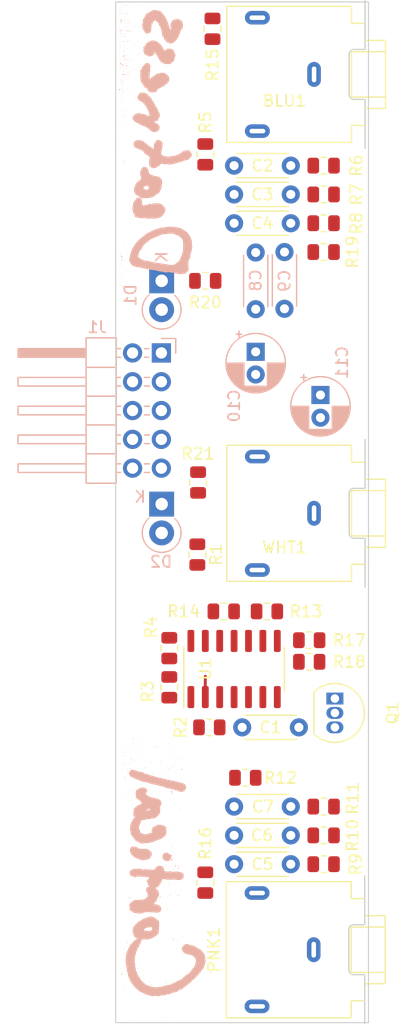
<source format=kicad_pcb>
(kicad_pcb (version 20221018) (generator pcbnew)
  (layers (0 "F.Cu" signal) (31 "B.Cu" signal) (34 "B.Paste" user) (35 "F.Paste" user) (36 "B.SilkS" user "B.Silkscreen") (37 "F.SilkS" user "F.Silkscreen") (38 "B.Mask" user) (39 "F.Mask" user) (44 "Edge.Cuts" user))
  (net 0 "")
  (net 1 "Net-(U1A-+)")
  (net 2 "Net-(Q1-E)")
  (net 3 "Net-(C2-Pad1)")
  (net 4 "Net-(C3-Pad1)")
  (net 5 "Net-(C4-Pad1)")
  (net 6 "Net-(C5-Pad1)")
  (net 7 "Net-(U1C-+)")
  (net 8 "Net-(C6-Pad1)")
  (net 9 "Net-(C7-Pad1)")
  (net 11 "Earth")
  (net 12 "Net-(U1A--)")
  (net 13 "Net-(U1B-+)")
  (net 14 "Net-(U1C--)")
  (net 15 "Net-(R15-Pad1)")
  (net 16 "Net-(U1B--)")
  (net 17 "Net-(BLU1-PadT)")
  (net 18 "+12V")
  (net 19 "-12V")
  (net 20 "Noise_Raw")
  (net 21 "Net-(D1-K)")
  (net 22 "Net-(D2-A)")
  (net 23 "Net-(PNK1-PadT)")
  (net 24 "Net-(R5-Pad1)")
  (net 25 "+12_Unfilt.")
  (net 26 "-12_Unfilt.")
  (net 27 "Net-(R13-Pad1)")
  (footprint "Package_TO_SOT_THT:TO-92_Inline" (layer "F.Cu") (at 51.435 76.835 -90)
    (fp_text reference "Q1" (at 1.27 -5.08 90) (layer "F.SilkS"))
    (fp_text value "BC548")
    (pad "1" thru_hole rect (at 0 0 270) (size 1.05 1.5) (drill 0.75) (layers "*.Cu" "*.Mask"))
    (pad "2" thru_hole oval (at 1.27 0 270) (size 1.05 1.5) (drill 0.75) (layers "*.Cu" "*.Mask") (net 11 "Earth"))
    (pad "3" thru_hole oval (at 2.54 0 270) (size 1.05 1.5) (drill 0.75) (layers "*.Cu" "*.Mask") (net 2 "Net-(Q1-E)"))
  )
  (footprint "Resistor_SMD:R_0805_2012Metric" (layer "F.Cu") (at 50.4425 91.44 180)
    (fp_text reference "R9" (at -2.8175 0 270) (layer "F.SilkS"))
    (fp_text value "470K")
    (pad "1" smd roundrect (at -0.9125 0 180) (size 1.025 1.4) (layers "F.Cu" "F.Paste" "F.Mask") (roundrect_rratio 0.243902) (net 11 "Earth"))
    (pad "2" smd roundrect (at 0.9125 0 180) (size 1.025 1.4) (layers "F.Cu" "F.Paste" "F.Mask") (roundrect_rratio 0.243902) (net 6 "Net-(C5-Pad1)"))
  )
  (footprint "Capacitor_THT:C_Disc_D4.3mm_W1.9mm_P5.00mm" (layer "F.Cu") (at 47.545 91.44 180)
    (fp_text reference "C5" (at 2.5 0) (layer "F.SilkS"))
    (fp_text value "5n6")
    (pad "1" thru_hole circle (at 0 0 180) (size 1.6 1.6) (drill 0.8) (layers "*.Cu" "*.Mask") (net 6 "Net-(C5-Pad1)"))
    (pad "2" thru_hole circle (at 5 0 180) (size 1.6 1.6) (drill 0.8) (layers "*.Cu" "*.Mask") (net 7 "Net-(U1C-+)"))
  )
  (footprint "Resistor_SMD:R_0805_2012Metric" (layer "F.Cu") (at 36.83 75.8425 -90)
    (fp_text reference "R3" (at 0.3575 1.905 90) (layer "F.SilkS"))
    (fp_text value "680R")
    (pad "1" smd roundrect (at -0.9125 0 270) (size 1.025 1.4) (layers "F.Cu" "F.Paste" "F.Mask") (roundrect_rratio 0.243902) (net 12 "Net-(U1A--)"))
    (pad "2" smd roundrect (at 0.9125 0 270) (size 1.025 1.4) (layers "F.Cu" "F.Paste" "F.Mask") (roundrect_rratio 0.243902) (net 20 "Noise_Raw"))
  )
  (footprint "Resistor_SMD:R_0805_2012Metric" (layer "F.Cu") (at 41.6325 69.15 180)
    (fp_text reference "R14" (at 3.5325 0) (layer "F.SilkS"))
    (fp_text value "22K")
    (pad "1" smd roundrect (at -0.9125 0 180) (size 1.025 1.4) (layers "F.Cu" "F.Paste" "F.Mask") (roundrect_rratio 0.243902) (net 14 "Net-(U1C--)"))
    (pad "2" smd roundrect (at 0.9125 0 180) (size 1.025 1.4) (layers "F.Cu" "F.Paste" "F.Mask") (roundrect_rratio 0.243902) (net 11 "Earth"))
  )
  (footprint "Resistor_SMD:R_0805_2012Metric" (layer "F.Cu") (at 39.37 57.785 90)
    (fp_text reference "R21" (at 2.54 0 180) (layer "F.SilkS"))
    (fp_text value "10R")
    (pad "1" smd roundrect (at -0.9125 0 90) (size 1.025 1.4) (layers "F.Cu" "F.Paste" "F.Mask") (roundrect_rratio 0.243902) (net 22 "Net-(D2-A)"))
    (pad "2" smd roundrect (at 0.9125 0 90) (size 1.025 1.4) (layers "F.Cu" "F.Paste" "F.Mask") (roundrect_rratio 0.243902) (net 19 "-12V"))
  )
  (footprint "Capacitor_THT:C_Disc_D4.3mm_W1.9mm_P5.00mm" (layer "F.Cu") (at 47.545 86.36 180)
    (fp_text reference "C7" (at 2.46 0) (layer "F.SilkS"))
    (fp_text value "680p")
    (pad "1" thru_hole circle (at 0 0 180) (size 1.6 1.6) (drill 0.8) (layers "*.Cu" "*.Mask") (net 9 "Net-(C7-Pad1)"))
    (pad "2" thru_hole circle (at 5 0 180) (size 1.6 1.6) (drill 0.8) (layers "*.Cu" "*.Mask") (net 7 "Net-(U1C-+)"))
  )
  (footprint "Capacitor_THT:C_Disc_D4.3mm_W1.9mm_P5.00mm" (layer "F.Cu") (at 47.545 29.845 180)
    (fp_text reference "C2" (at 2.5 0) (layer "F.SilkS"))
    (fp_text value "5n6")
    (pad "1" thru_hole circle (at 0 0 180) (size 1.6 1.6) (drill 0.8) (layers "*.Cu" "*.Mask") (net 3 "Net-(C2-Pad1)"))
    (pad "2" thru_hole circle (at 5 0 180) (size 1.6 1.6) (drill 0.8) (layers "*.Cu" "*.Mask") (net 20 "Noise_Raw"))
  )
  (footprint "Resistor_SMD:R_0805_2012Metric" (layer "F.Cu") (at 50.4425 29.845 180)
    (fp_text reference "R6" (at -2.8975 0 270) (layer "F.SilkS"))
    (fp_text value "1M")
    (pad "1" smd roundrect (at -0.9125 0 180) (size 1.025 1.4) (layers "F.Cu" "F.Paste" "F.Mask") (roundrect_rratio 0.243902) (net 13 "Net-(U1B-+)"))
    (pad "2" smd roundrect (at 0.9125 0 180) (size 1.025 1.4) (layers "F.Cu" "F.Paste" "F.Mask") (roundrect_rratio 0.243902) (net 3 "Net-(C2-Pad1)"))
  )
  (footprint "Capacitor_THT:C_Disc_D4.3mm_W1.9mm_P5.00mm" (layer "F.Cu") (at 47.545 88.9 180)
    (fp_text reference "C6" (at 2.54 0) (layer "F.SilkS"))
    (fp_text value "2n2")
    (pad "1" thru_hole circle (at 0 0 180) (size 1.6 1.6) (drill 0.8) (layers "*.Cu" "*.Mask") (net 8 "Net-(C6-Pad1)"))
    (pad "2" thru_hole circle (at 5 0 180) (size 1.6 1.6) (drill 0.8) (layers "*.Cu" "*.Mask") (net 7 "Net-(U1C-+)"))
  )
  (footprint "Resistor_SMD:R_0805_2012Metric" (layer "F.Cu") (at 50.4425 34.925 180)
    (fp_text reference "R8" (at -2.8975 0 90) (layer "F.SilkS"))
    (fp_text value "10K")
    (pad "1" smd roundrect (at -0.9125 0 180) (size 1.025 1.4) (layers "F.Cu" "F.Paste" "F.Mask") (roundrect_rratio 0.243902) (net 13 "Net-(U1B-+)"))
    (pad "2" smd roundrect (at 0.9125 0 180) (size 1.025 1.4) (layers "F.Cu" "F.Paste" "F.Mask") (roundrect_rratio 0.243902) (net 5 "Net-(C4-Pad1)"))
  )
  (footprint "Resistor_SMD:R_0805_2012Metric" (layer "F.Cu") (at 39.305 64.14 -90)
    (fp_text reference "R1" (at 0 -1.65 90) (layer "F.SilkS"))
    (fp_text value "100K")
    (pad "1" smd roundrect (at -0.9125 0 270) (size 1.025 1.4) (layers "F.Cu" "F.Paste" "F.Mask") (roundrect_rratio 0.243902) (net 18 "+12V"))
    (pad "2" smd roundrect (at 0.9125 0 270) (size 1.025 1.4) (layers "F.Cu" "F.Paste" "F.Mask") (roundrect_rratio 0.243902) (net 2 "Net-(Q1-E)"))
  )
  (footprint "Resistor_SMD:R_0805_2012Metric" (layer "F.Cu") (at 40.3625 79.375 180)
    (fp_text reference "R2" (at 2.54 0 90) (layer "F.SilkS"))
    (fp_text value "100K")
    (pad "1" smd roundrect (at -0.9125 0 180) (size 1.025 1.4) (layers "F.Cu" "F.Paste" "F.Mask") (roundrect_rratio 0.243902) (net 1 "Net-(U1A-+)"))
    (pad "2" smd roundrect (at 0.9125 0 180) (size 1.025 1.4) (layers "F.Cu" "F.Paste" "F.Mask") (roundrect_rratio 0.243902) (net 11 "Earth"))
  )
  (footprint "Resistor_SMD:R_0805_2012Metric" (layer "F.Cu") (at 40.005 40.005)
    (fp_text reference "R20" (at 0 1.905 180) (layer "F.SilkS"))
    (fp_text value "10R")
    (pad "1" smd roundrect (at -0.9125 0) (size 1.025 1.4) (layers "F.Cu" "F.Paste" "F.Mask") (roundrect_rratio 0.243902) (net 21 "Net-(D1-K)"))
    (pad "2" smd roundrect (at 0.9125 0) (size 1.025 1.4) (layers "F.Cu" "F.Paste" "F.Mask") (roundrect_rratio 0.243902) (net 18 "+12V"))
  )
  (footprint "Resistor_SMD:R_0805_2012Metric" (layer "F.Cu") (at 50.4425 32.385 180)
    (fp_text reference "R7" (at -2.8975 0 90) (layer "F.SilkS"))
    (fp_text value "470K")
    (pad "1" smd roundrect (at -0.9125 0 180) (size 1.025 1.4) (layers "F.Cu" "F.Paste" "F.Mask") (roundrect_rratio 0.243902) (net 13 "Net-(U1B-+)"))
    (pad "2" smd roundrect (at 0.9125 0 180) (size 1.025 1.4) (layers "F.Cu" "F.Paste" "F.Mask") (roundrect_rratio 0.243902) (net 4 "Net-(C3-Pad1)"))
  )
  (footprint "Resistor_SMD:R_0805_2012Metric" (layer "F.Cu") (at 40.005 93.0675 -90)
    (fp_text reference "R16" (at -3.4525 0 90) (layer "F.SilkS"))
    (fp_text value "1K")
    (pad "1" smd roundrect (at -0.9125 0 270) (size 1.025 1.4) (layers "F.Cu" "F.Paste" "F.Mask") (roundrect_rratio 0.243902) (net 27 "Net-(R13-Pad1)"))
    (pad "2" smd roundrect (at 0.9125 0 270) (size 1.025 1.4) (layers "F.Cu" "F.Paste" "F.Mask") (roundrect_rratio 0.243902) (net 23 "Net-(PNK1-PadT)"))
  )
  (footprint "Capacitor_THT:C_Disc_D4.3mm_W1.9mm_P5.00mm" (layer "F.Cu") (at 43.26 79.375)
    (fp_text reference "C1" (at 2.5 0) (layer "F.SilkS"))
    (fp_text value "1uF")
    (pad "1" thru_hole circle (at 0 0) (size 1.6 1.6) (drill 0.8) (layers "*.Cu" "*.Mask") (net 1 "Net-(U1A-+)"))
    (pad "2" thru_hole circle (at 5 0) (size 1.6 1.6) (drill 0.8) (layers "*.Cu" "*.Mask") (net 2 "Net-(Q1-E)"))
  )
  (footprint "Resistor_SMD:R_0805_2012Metric" (layer "F.Cu") (at 43.5375 83.82 180)
    (fp_text reference "R12" (at -3.092873 -0.004675) (layer "F.SilkS"))
    (fp_text value "100K")
    (pad "1" smd roundrect (at -0.9125 0 180) (size 1.025 1.4) (layers "F.Cu" "F.Paste" "F.Mask") (roundrect_rratio 0.243902) (net 20 "Noise_Raw"))
    (pad "2" smd roundrect (at 0.9125 0 180) (size 1.025 1.4) (layers "F.Cu" "F.Paste" "F.Mask") (roundrect_rratio 0.243902) (net 7 "Net-(U1C-+)"))
  )
  (footprint "Capacitor_THT:C_Disc_D4.3mm_W1.9mm_P5.00mm" (layer "F.Cu") (at 47.545 34.925 180)
    (fp_text reference "C4" (at 2.5 0) (layer "F.SilkS"))
    (fp_text value "680p")
    (pad "1" thru_hole circle (at 0 0 180) (size 1.6 1.6) (drill 0.8) (layers "*.Cu" "*.Mask") (net 5 "Net-(C4-Pad1)"))
    (pad "2" thru_hole circle (at 5 0 180) (size 1.6 1.6) (drill 0.8) (layers "*.Cu" "*.Mask") (net 20 "Noise_Raw"))
  )
  (footprint "Connector_Audio:Jack_3.5mm_CUI_SJ1-3523N_Horizontal" (layer "F.Cu") (at 49.6 21.8 90)
    (fp_text reference "BLU1" (at -2.33 -2.61 180) (layer "F.SilkS"))
    (fp_text value "AudioJack2")
    (fp_line (start -2.2 3.5) (end -2.2 4.5) (stroke (width 0.12)) (layer "Edge.Cuts"))
    (fp_line (start -2.2 4.5) (end -6.5 4.5) (stroke (width 0.12)) (layer "Edge.Cuts"))
    (fp_line (start 1.8 3.1) (end -1.8 3.1) (stroke (width 0.12)) (layer "Edge.Cuts"))
    (fp_line (start 2.2 3.5) (end 2.2 4.5) (stroke (width 0.12)) (layer "Edge.Cuts"))
    (fp_line (start 2.2 4.5) (end 6.5 4.5) (stroke (width 0.12)) (layer "Edge.Cuts"))
    (fp_arc (start -2.2 3.5) (mid -2.082843 3.217158) (end -1.8 3.1) (stroke (width 0.12)) (layer "Edge.Cuts"))
    (fp_arc (start 1.8 3.1) (mid 2.082843 3.217157) (end 2.2 3.5) (stroke (width 0.12)) (layer "Edge.Cuts"))
    (pad "" np_thru_hole circle (at -5 0 90) (size 1.2 1.2) (drill 1.2) (layers "F&B.Cu" "*.Mask"))
    (pad "" np_thru_hole circle (at -5 2.5 90) (size 1.2 1.2) (drill 1.2) (layers "F&B.Cu" "*.Mask"))
    (pad "" np_thru_hole circle (at 0 -5 90) (size 1.2 1.2) (drill 1.2) (layers "F&B.Cu" "*.Mask"))
    (pad "" np_thru_hole circle (at 5 0 90) (size 1.2 1.2) (drill 1.2) (layers "F&B.Cu" "*.Mask"))
    (pad "" np_thru_hole circle (at 5 2.5 90) (size 1.2 1.2) (drill 1.2) (layers "F&B.Cu" "*.Mask"))
    (pad "R" thru_hole oval (at -5 -5 90) (size 1.2 2.2) (drill oval 0.4 1.4) (layers "*.Cu" "*.Mask"))
    (pad "S" thru_hole oval (at 0 0 90) (size 2.2 1.2) (drill oval 1.4 0.4) (layers "*.Cu" "*.Mask") (net 11 "Earth"))
    (pad "T" thru_hole oval (at 5 -5 270) (size 1.2 2.2) (drill oval 0.4 1.4) (layers "*.Cu" "*.Mask") (net 17 "Net-(BLU1-PadT)"))
  )
  (footprint "Resistor_SMD:R_0805_2012Metric" (layer "F.Cu") (at 50.4425 37.465)
    (fp_text reference "R19" (at 2.54 0 -90) (layer "F.SilkS"))
    (fp_text value "20K")
    (pad "1" smd roundrect (at -0.9125 0) (size 1.025 1.4) (layers "F.Cu" "F.Paste" "F.Mask") (roundrect_rratio 0.243902) (net 11 "Earth"))
    (pad "2" smd roundrect (at 0.9125 0) (size 1.025 1.4) (layers "F.Cu" "F.Paste" "F.Mask") (roundrect_rratio 0.243902) (net 13 "Net-(U1B-+)"))
  )
  (footprint "Resistor_SMD:R_0805_2012Metric" (layer "F.Cu") (at 40.005 28.8525 -90)
    (fp_text reference "R5" (at -2.8175 0 90) (layer "F.SilkS"))
    (fp_text value "1K")
    (pad "1" smd roundrect (at -0.9125 0 270) (size 1.025 1.4) (layers "F.Cu" "F.Paste" "F.Mask") (roundrect_rratio 0.243902) (net 24 "Net-(R5-Pad1)"))
    (pad "2" smd roundrect (at 0.9125 0 270) (size 1.025 1.4) (layers "F.Cu" "F.Paste" "F.Mask") (roundrect_rratio 0.243902) (net 20 "Noise_Raw"))
  )
  (footprint "Resistor_SMD:R_0805_2012Metric" (layer "F.Cu") (at 50.4425 86.36 180)
    (fp_text reference "R11" (at -2.557682 0.732091 90) (layer "F.SilkS"))
    (fp_text value "4K7")
    (pad "1" smd roundrect (at -0.9125 0 180) (size 1.025 1.4) (layers "F.Cu" "F.Paste" "F.Mask") (roundrect_rratio 0.243902) (net 11 "Earth"))
    (pad "2" smd roundrect (at 0.9125 0 180) (size 1.025 1.4) (layers "F.Cu" "F.Paste" "F.Mask") (roundrect_rratio 0.243902) (net 9 "Net-(C7-Pad1)"))
  )
  (footprint "Capacitor_THT:C_Disc_D4.3mm_W1.9mm_P5.00mm" (layer "F.Cu") (at 47.545 32.385 180)
    (fp_text reference "C3" (at 2.5 0) (layer "F.SilkS"))
    (fp_text value "2n2")
    (pad "1" thru_hole circle (at 0 0 180) (size 1.6 1.6) (drill 0.8) (layers "*.Cu" "*.Mask") (net 4 "Net-(C3-Pad1)"))
    (pad "2" thru_hole circle (at 5 0 180) (size 1.6 1.6) (drill 0.8) (layers "*.Cu" "*.Mask") (net 20 "Noise_Raw"))
  )
  (footprint "Connector_Audio:Jack_3.5mm_CUI_SJ1-3523N_Horizontal" (layer "F.Cu") (at 49.6 60.5 90)
    (fp_text reference "WHT1" (at -3 -2.61 180) (layer "F.SilkS"))
    (fp_text value "AudioJack2")
    (fp_line (start -2.2 3.5) (end -2.2 4.5) (stroke (width 0.12)) (layer "Edge.Cuts"))
    (fp_line (start -2.2 4.5) (end -6.5 4.5) (stroke (width 0.12)) (layer "Edge.Cuts"))
    (fp_line (start 1.8 3.1) (end -1.8 3.1) (stroke (width 0.12)) (layer "Edge.Cuts"))
    (fp_line (start 2.2 3.5) (end 2.2 4.5) (stroke (width 0.12)) (layer "Edge.Cuts"))
    (fp_line (start 2.2 4.5) (end 6.5 4.5) (stroke (width 0.12)) (layer "Edge.Cuts"))
    (fp_arc (start -2.2 3.5) (mid -2.082843 3.217158) (end -1.8 3.1) (stroke (width 0.12)) (layer "Edge.Cuts"))
    (fp_arc (start 1.8 3.1) (mid 2.082843 3.217157) (end 2.2 3.5) (stroke (width 0.12)) (layer "Edge.Cuts"))
    (pad "" np_thru_hole circle (at -5 0 90) (size 1.2 1.2) (drill 1.2) (layers "F&B.Cu" "*.Mask"))
    (pad "" np_thru_hole circle (at -5 2.5 90) (size 1.2 1.2) (drill 1.2) (layers "F&B.Cu" "*.Mask"))
    (pad "" np_thru_hole circle (at 0 -5 90) (size 1.2 1.2) (drill 1.2) (layers "F&B.Cu" "*.Mask"))
    (pad "" np_thru_hole circle (at 5 0 90) (size 1.2 1.2) (drill 1.2) (layers "F&B.Cu" "*.Mask"))
    (pad "" np_thru_hole circle (at 5 2.5 90) (size 1.2 1.2) (drill 1.2) (layers "F&B.Cu" "*.Mask"))
    (pad "R" thru_hole oval (at -5 -5 90) (size 1.2 2.2) (drill oval 0.4 1.4) (layers "*.Cu" "*.Mask"))
    (pad "S" thru_hole oval (at 0 0 90) (size 2.2 1.2) (drill oval 1.4 0.4) (layers "*.Cu" "*.Mask") (net 11 "Earth"))
    (pad "T" thru_hole oval (at 5 -5 270) (size 1.2 2.2) (drill oval 0.4 1.4) (layers "*.Cu" "*.Mask") (net 24 "Net-(R5-Pad1)"))
  )
  (footprint "Package_SO:SOIC-14_3.9x8.7mm_P1.27mm" (layer "F.Cu") (at 42.545 74.23 90)
    (fp_text reference "U1" (at 0 -2.54 90) (layer "F.SilkS"))
    (fp_text value "TL074")
    (pad "1" smd roundrect (at -2.475 -3.81 90) (size 1.95 0.6) (layers "F.Cu" "F.Paste" "F.Mask") (net 20 "Noise_Raw"))
    (pad "2" smd roundrect (at -2.475 -2.54 90) (size 1.95 0.6) (layers "F.Cu" "F.Paste" "F.Mask") (net 12 "Net-(U1A--)"))
    (pad "3" smd roundrect (at -2.475 -1.27 90) (size 1.95 0.6) (layers "F.Cu" "F.Paste" "F.Mask") (net 1 "Net-(U1A-+)"))
    (pad "4" smd roundrect (at -2.475 0 90) (size 1.95 0.6) (layers "F.Cu" "F.Paste" "F.Mask"))
    (pad "5" smd roundrect (at -2.475 1.27 90) (size 1.95 0.6) (layers "F.Cu" "F.Paste" "F.Mask") (net 13 "Net-(U1B-+)"))
    (pad "6" smd roundrect (at -2.475 2.54 90) (size 1.95 0.6) (layers "F.Cu" "F.Paste" "F.Mask") (net 16 "Net-(U1B--)"))
    (pad "7" smd roundrect (at -2.475 3.81 90) (size 1.95 0.6) (layers "F.Cu" "F.Paste" "F.Mask") (net 15 "Net-(R15-Pad1)"))
    (pad "8" smd roundrect (at 2.475 3.81 90) (size 1.95 0.6) (layers "F.Cu" "F.Paste" "F.Mask") (net 27 "Net-(R13-Pad1)"))
    (pad "9" smd roundrect (at 2.475 2.54 90) (size 1.95 0.6) (layers "F.Cu" "F.Paste" "F.Mask") (net 14 "Net-(U1C--)"))
    (pad "10" smd roundrect (at 2.475 1.27 90) (size 1.95 0.6) (layers "F.Cu" "F.Paste" "F.Mask") (net 7 "Net-(U1C-+)"))
    (pad "11" smd roundrect (at 2.475 0 90) (size 1.95 0.6) (layers "F.Cu" "F.Paste" "F.Mask"))
    (pad "12" smd roundrect (at 2.475 -1.27 90) (size 1.95 0.6) (layers "F.Cu" "F.Paste" "F.Mask"))
    (pad "13" smd roundrect (at 2.475 -2.54 90) (size 1.95 0.6) (layers "F.Cu" "F.Paste" "F.Mask"))
    (pad "14" smd roundrect (at 2.475 -3.81 90) (size 1.95 0.6) (layers "F.Cu" "F.Paste" "F.Mask"))
  )
  (footprint "Resistor_SMD:R_0805_2012Metric" (layer "F.Cu") (at 40.64 17.78 90)
    (fp_text reference "R15" (at -3.175 0 270) (layer "F.SilkS"))
    (fp_text value "1K")
    (pad "1" smd roundrect (at -0.9125 0 90) (size 1.025 1.4) (layers "F.Cu" "F.Paste" "F.Mask") (roundrect_rratio 0.243902) (net 15 "Net-(R15-Pad1)"))
    (pad "2" smd roundrect (at 0.9125 0 90) (size 1.025 1.4) (layers "F.Cu" "F.Paste" "F.Mask") (roundrect_rratio 0.243902) (net 17 "Net-(BLU1-PadT)"))
  )
  (footprint "Connector_Audio:Jack_3.5mm_CUI_SJ1-3523N_Horizontal" (layer "F.Cu") (at 49.57 98.98 90)
    (fp_text reference "PNK1" (at 0 -8.8 90) (layer "F.SilkS"))
    (fp_text value "AudioJack2")
    (fp_line (start -2.2 3.5) (end -2.2 4.5) (stroke (width 0.12)) (layer "Edge.Cuts"))
    (fp_line (start -2.2 4.5) (end -6.5 4.5) (stroke (width 0.12)) (layer "Edge.Cuts"))
    (fp_line (start 1.8 3.1) (end -1.8 3.1) (stroke (width 0.12)) (layer "Edge.Cuts"))
    (fp_line (start 2.2 3.5) (end 2.2 4.5) (stroke (width 0.12)) (layer "Edge.Cuts"))
    (fp_line (start 2.2 4.5) (end 6.5 4.5) (stroke (width 0.12)) (layer "Edge.Cuts"))
    (fp_arc (start -2.2 3.5) (mid -2.082843 3.217158) (end -1.8 3.1) (stroke (width 0.12)) (layer "Edge.Cuts"))
    (fp_arc (start 1.8 3.1) (mid 2.082843 3.217157) (end 2.2 3.5) (stroke (width 0.12)) (layer "Edge.Cuts"))
    (pad "" np_thru_hole circle (at -5 0 90) (size 1.2 1.2) (drill 1.2) (layers "F&B.Cu" "*.Mask"))
    (pad "" np_thru_hole circle (at -5 2.5 90) (size 1.2 1.2) (drill 1.2) (layers "F&B.Cu" "*.Mask"))
    (pad "" np_thru_hole circle (at 0 -5 90) (size 1.2 1.2) (drill 1.2) (layers "F&B.Cu" "*.Mask"))
    (pad "" np_thru_hole circle (at 5 0 90) (size 1.2 1.2) (drill 1.2) (layers "F&B.Cu" "*.Mask"))
    (pad "" np_thru_hole circle (at 5 2.5 90) (size 1.2 1.2) (drill 1.2) (layers "F&B.Cu" "*.Mask"))
    (pad "R" thru_hole oval (at -5 -5 90) (size 1.2 2.2) (drill oval 0.4 1.4) (layers "*.Cu" "*.Mask"))
    (pad "S" thru_hole oval (at 0 0 90) (size 2.2 1.2) (drill oval 1.4 0.4) (layers "*.Cu" "*.Mask") (net 11 "Earth"))
    (pad "T" thru_hole oval (at 5 -5 270) (size 1.2 2.2) (drill oval 0.4 1.4) (layers "*.Cu" "*.Mask") (net 23 "Net-(PNK1-PadT)"))
  )
  (footprint "Resistor_SMD:R_0805_2012Metric" (layer "F.Cu") (at 50.4425 88.9 180)
    (fp_text reference "R10" (at -2.54 0 90) (layer "F.SilkS"))
    (fp_text value "47K")
    (pad "1" smd roundrect (at -0.9125 0 180) (size 1.025 1.4) (layers "F.Cu" "F.Paste" "F.Mask") (roundrect_rratio 0.243902) (net 11 "Earth"))
    (pad "2" smd roundrect (at 0.9125 0 180) (size 1.025 1.4) (layers "F.Cu" "F.Paste" "F.Mask") (roundrect_rratio 0.243902) (net 8 "Net-(C6-Pad1)"))
  )
  (footprint "Resistor_SMD:R_0805_2012Metric" (layer "F.Cu") (at 49.1725 73.595 180)
    (fp_text reference "R18" (at -3.5325 0) (layer "F.SilkS"))
    (fp_text value "33K")
    (pad "1" smd roundrect (at -0.9125 0 180) (size 1.025 1.4) (layers "F.Cu" "F.Paste" "F.Mask") (roundrect_rratio 0.243902) (net 15 "Net-(R15-Pad1)"))
    (pad "2" smd roundrect (at 0.9125 0 180) (size 1.025 1.4) (layers "F.Cu" "F.Paste" "F.Mask") (roundrect_rratio 0.243902) (net 16 "Net-(U1B--)"))
  )
  (footprint "Resistor_SMD:R_0805_2012Metric" (layer "F.Cu") (at 36.83 72.39 90)
    (fp_text reference "R4" (at 1.84 -1.6275 90) (layer "F.SilkS"))
    (fp_text value "100K")
    (pad "1" smd roundrect (at -0.9125 0 90) (size 1.025 1.4) (layers "F.Cu" "F.Paste" "F.Mask") (roundrect_rratio 0.243902) (net 12 "Net-(U1A--)"))
    (pad "2" smd roundrect (at 0.9125 0 90) (size 1.025 1.4) (layers "F.Cu" "F.Paste" "F.Mask") (roundrect_rratio 0.243902) (net 11 "Earth"))
  )
  (footprint "Resistor_SMD:R_0805_2012Metric" (layer "F.Cu") (at 49.1725 71.69 180)
    (fp_text reference "R17" (at -3.5325 0) (layer "F.SilkS"))
    (fp_text value "100K")
    (pad "1" smd roundrect (at -0.9125 0 180) (size 1.025 1.4) (layers "F.Cu" "F.Paste" "F.Mask") (roundrect_rratio 0.243902) (net 11 "Earth"))
    (pad "2" smd roundrect (at 0.9125 0 180) (size 1.025 1.4) (layers "F.Cu" "F.Paste" "F.Mask") (roundrect_rratio 0.243902) (net 16 "Net-(U1B--)"))
  )
  (footprint "Resistor_SMD:R_0805_2012Metric" (layer "F.Cu") (at 45.4425 69.15 180)
    (fp_text reference "R13" (at -3.4525 0) (layer "F.SilkS"))
    (fp_text value "100K")
    (pad "1" smd roundrect (at -0.9125 0 180) (size 1.025 1.4) (layers "F.Cu" "F.Paste" "F.Mask") (roundrect_rratio 0.243902) (net 27 "Net-(R13-Pad1)"))
    (pad "2" smd roundrect (at 0.9125 0 180) (size 1.025 1.4) (layers "F.Cu" "F.Paste" "F.Mask") (roundrect_rratio 0.243902) (net 14 "Net-(U1C--)"))
  )
  (footprint "My_Library:-Deafness" (layer "B.Cu") (at 36.195 27.94 90)
    (fp_text reference "G***" hide)
    (fp_text value "LOGO" hide)
  )
  (footprint "Capacitor_THT:CP_Radial_D5.0mm_P2.00mm" (layer "B.Cu") (at 44.45 46.26 -90)
    (fp_text reference "C10" (at 4.765112 1.905 -270) (layer "B.SilkS") (effects (justify mirror)))
    (fp_text value "47uF")
    (pad "1" thru_hole rect (at 0 0 270) (size 1.6 1.6) (drill 0.8) (layers "*.Cu" "*.Mask") (net 18 "+12V"))
    (pad "2" thru_hole circle (at 2 0 270) (size 1.6 1.6) (drill 0.8) (layers "*.Cu" "*.Mask") (net 11 "Earth"))
  )
  (footprint "Diode_THT:D_DO-41_SOD81_P2.54mm_Vertical_KathodeUp" (layer "B.Cu") (at 36.155 59.69 -90)
    (fp_text reference "D2" (at 5.08 0.044974 -180) (layer "B.SilkS") (effects (justify mirror)))
    (fp_text value "1N5819")
    (fp_text user "K" (at -0.635 1.905 -180) (layer "B.SilkS") (effects (justify mirror)))
    (pad "1" thru_hole rect (at 0 0 270) (size 2.2 2.2) (drill 1.1) (layers "*.Cu" "*.Mask") (net 26 "-12_Unfilt."))
    (pad "2" thru_hole oval (at 2.54 0 270) (size 2.2 2.2) (drill 1.1) (layers "*.Cu" "*.Mask") (net 22 "Net-(D2-A)"))
  )
  (footprint "Capacitor_THT:CP_Radial_D5.0mm_P2.00mm" (layer "B.Cu") (at 50.165 50.07 -90)
    (fp_text reference "C11" (at -2.854887 -1.905 90) (layer "B.SilkS") (effects (justify mirror)))
    (fp_text value "47uF")
    (pad "1" thru_hole rect (at 0 0 270) (size 1.6 1.6) (drill 0.8) (layers "*.Cu" "*.Mask") (net 11 "Earth"))
    (pad "2" thru_hole circle (at 2 0 270) (size 1.6 1.6) (drill 0.8) (layers "*.Cu" "*.Mask") (net 19 "-12V"))
  )
  (footprint "Connector_PinHeader_2.54mm:PinHeader_2x05_P2.54mm_Horizontal" (layer "B.Cu") (at 36.13 46.36 180)
    (fp_text reference "J1" (at 5.655 2.27) (layer "B.SilkS") (effects (justify mirror)))
    (fp_text value "Conn_02x05_Odd_Even")
    (pad "1" thru_hole rect (at 0 0 180) (size 1.7 1.7) (drill 1) (layers "*.Cu" "*.Mask") (net 25 "+12_Unfilt."))
    (pad "2" thru_hole oval (at 2.54 0 180) (size 1.7 1.7) (drill 1) (layers "*.Cu" "*.Mask") (net 25 "+12_Unfilt."))
    (pad "3" thru_hole oval (at 0 -2.54 180) (size 1.7 1.7) (drill 1) (layers "*.Cu" "*.Mask") (net 11 "Earth"))
    (pad "4" thru_hole oval (at 2.54 -2.54 180) (size 1.7 1.7) (drill 1) (layers "*.Cu" "*.Mask") (net 11 "Earth"))
    (pad "5" thru_hole oval (at 0 -5.08 180) (size 1.7 1.7) (drill 1) (layers "*.Cu" "*.Mask") (net 11 "Earth"))
    (pad "6" thru_hole oval (at 2.54 -5.08 180) (size 1.7 1.7) (drill 1) (layers "*.Cu" "*.Mask") (net 11 "Earth"))
    (pad "7" thru_hole oval (at 0 -7.62 180) (size 1.7 1.7) (drill 1) (layers "*.Cu" "*.Mask") (net 11 "Earth"))
    (pad "8" thru_hole oval (at 2.54 -7.62 180) (size 1.7 1.7) (drill 1) (layers "*.Cu" "*.Mask") (net 11 "Earth"))
    (pad "9" thru_hole oval (at 0 -10.16 180) (size 1.7 1.7) (drill 1) (layers "*.Cu" "*.Mask") (net 26 "-12_Unfilt."))
    (pad "10" thru_hole oval (at 2.54 -10.16 180) (size 1.7 1.7) (drill 1) (layers "*.Cu" "*.Mask") (net 26 "-12_Unfilt."))
  )
  (footprint "My_Library:Cortical-" (layer "B.Cu") (at 36.83 92.71 90)
    (fp_text reference "G***" hide)
    (fp_text value "LOGO" hide)
  )
  (footprint "Diode_THT:D_DO-41_SOD81_P2.54mm_Vertical_KathodeUp" (layer "B.Cu") (at 36.155 40.005 -90)
    (fp_text reference "D1" (at 1.27 2.750635 90) (layer "B.SilkS") (effects (justify mirror)))
    (fp_text value "1N5819")
    (fp_text user "K" (at -2.1 0 90) (layer "B.SilkS") (effects (justify mirror)))
    (pad "1" thru_hole rect (at 0 0 270) (size 2.2 2.2) (drill 1.1) (layers "*.Cu" "*.Mask") (net 21 "Net-(D1-K)"))
    (pad "2" thru_hole oval (at 2.54 0 270) (size 2.2 2.2) (drill 1.1) (layers "*.Cu" "*.Mask") (net 25 "+12_Unfilt."))
  )
  (footprint "Capacitor_THT:C_Disc_D4.3mm_W1.9mm_P5.00mm" (layer "B.Cu") (at 44.45 42.505 90)
    (fp_text reference "C8" (at 2.54 0 -270) (layer "B.SilkS") (effects (justify mirror)))
    (fp_text value "0.1uF")
    (pad "1" thru_hole circle (at 0 0 90) (size 1.6 1.6) (drill 0.8) (layers "*.Cu" "*.Mask") (net 18 "+12V"))
    (pad "2" thru_hole circle (at 5 0 90) (size 1.6 1.6) (drill 0.8) (layers "*.Cu" "*.Mask") (net 11 "Earth"))
  )
  (footprint "Capacitor_THT:C_Disc_D4.3mm_W1.9mm_P5.00mm" (layer "B.Cu") (at 46.99 37.465 -90)
    (fp_text reference "C9" (at 2.54 0 90) (layer "B.SilkS") (effects (justify mirror)))
    (fp_text value "0.1uF")
    (pad "1" thru_hole circle (at 0 0 270) (size 1.6 1.6) (drill 0.8) (layers "*.Cu" "*.Mask") (net 11 "Earth"))
    (pad "2" thru_hole circle (at 5 0 270) (size 1.6 1.6) (drill 0.8) (layers "*.Cu" "*.Mask") (net 19 "-12V"))
  )
  (gr_rect (start 32.1 15.41) (end 54.4 105.41) (stroke (width 0.1)) (fill none) (layer "Edge.Cuts"))
  (segment (start 40.005 76.705) (end 40.005 74.865) (width 0.254) (layer "F.Cu") (net 12))
)
</source>
